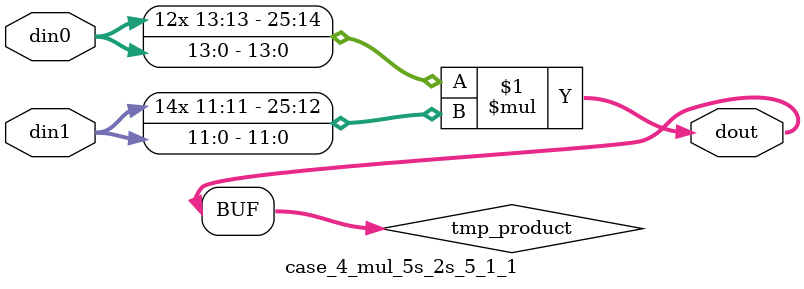
<source format=v>

`timescale 1 ns / 1 ps

 module case_4_mul_5s_2s_5_1_1(din0, din1, dout);
parameter ID = 1;
parameter NUM_STAGE = 0;
parameter din0_WIDTH = 14;
parameter din1_WIDTH = 12;
parameter dout_WIDTH = 26;

input [din0_WIDTH - 1 : 0] din0; 
input [din1_WIDTH - 1 : 0] din1; 
output [dout_WIDTH - 1 : 0] dout;

wire signed [dout_WIDTH - 1 : 0] tmp_product;



























assign tmp_product = $signed(din0) * $signed(din1);








assign dout = tmp_product;





















endmodule

</source>
